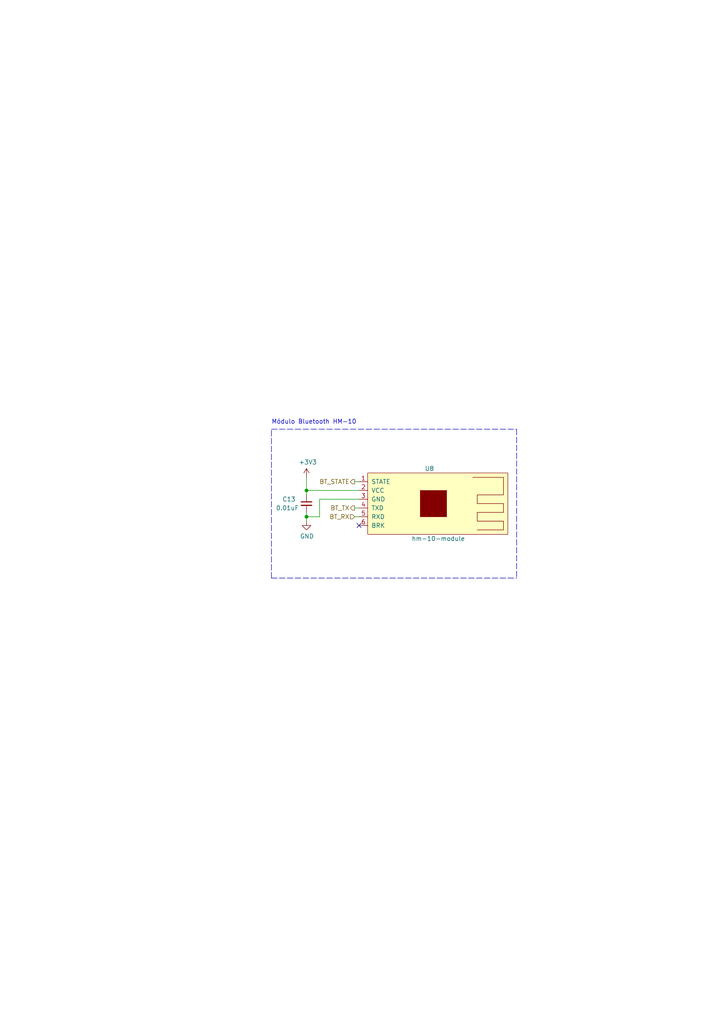
<source format=kicad_sch>
(kicad_sch (version 20211123) (generator eeschema)
  (paper "A4" portrait)
  (title_block (date "2021-12-19") (rev "1.0") (company "Autor: Ignacio Moya") (comment 1 "Especialización en Sistemas Embebidos 2021 - FIUBA"))
  (lib_symbols
    (symbol "Device:C_Small" (pin_numbers hide) (pin_names (offset 0.254) hide)
      (property "Reference" "C" (at 0.254 1.778 0))
      (property "Value" "C_Small" (at 0.254 -2.032 0))
      (symbol "C_Small_0_1"
        (polyline (pts (xy -1.524 -0.508) (xy 1.524 -0.508)) (stroke (width 0.3302)))
        (polyline (pts (xy -1.524 0.508) (xy 1.524 0.508)) (stroke (width 0.3048)))
      )
      (symbol "C_Small_1_1"
        (pin passive line (at 0 2.54 270) (length 2.032) (name "~") (number "1"))
        (pin passive line (at 0 -2.54 90) (length 2.032) (name "~") (number "2"))
      )
    )
    (symbol "basico-rescue:GND" (power) (pin_names (offset 0))
      (property "Value" "GND" (at 0 -3.81 0))
      (symbol "GND_0_1"
        (polyline (pts (xy 0 0) (xy 0 -1.27) (xy 1.27 -1.27) (xy 0 -2.54) (xy -1.27 -1.27) (xy 0 -1.27)))
      )
      (symbol "GND_1_1"
        (pin power_in line (at 0 0 270) (length 0) hide (name "GND") (number "1"))
      )
    )
    (symbol "hm-10-bluetooth:hm-10-module" (pin_names (offset 1.016))
      (property "Reference" "U" (at 0 10.16 0))
      (property "Value" "hm-10-module" (at 1.27 -11.43 0))
      (symbol "hm-10-module_0_1"
        (rectangle (start -19.05 8.89) (end 21.59 -8.89) (fill (type background)))
        (rectangle (start -3.81 3.81) (end 3.81 -3.81) (fill (type outline)))
        (polyline (pts (xy 11.43 7.62) (xy 20.32 7.62) (xy 20.32 2.54) (xy 12.7 2.54) (xy 12.7 0) (xy 20.32 0) (xy 20.32 -2.54) (xy 12.7 -2.54) (xy 12.7 -5.08) (xy 20.32 -5.08) (xy 20.32 -7.62) (xy 12.7 -7.62)))
      )
      (symbol "hm-10-module_1_1"
        (pin output line (at -21.59 6.35 0) (length 2.54) (name "STATE") (number "1"))
        (pin passive line (at -21.59 3.81 0) (length 2.54) (name "VCC") (number "2"))
        (pin passive line (at -21.59 1.27 0) (length 2.54) (name "GND") (number "3"))
        (pin output line (at -21.59 -1.27 0) (length 2.54) (name "TXD") (number "4"))
        (pin input line (at -21.59 -3.81 0) (length 2.54) (name "RXD") (number "5"))
        (pin input line (at -21.59 -6.35 0) (length 2.54) (name "BRK") (number "6"))
      )
    )
    (symbol "power:+3.3V" (power) (pin_names (offset 0))
      (property "Value" "+3.3V" (at 0 3.556 0))
      (symbol "+3.3V_0_1"
        (polyline (pts (xy -0.762 1.27) (xy 0 2.54)))
        (polyline (pts (xy 0 0) (xy 0 2.54)))
        (polyline (pts (xy 0 2.54) (xy 0.762 1.27)))
      )
      (symbol "+3.3V_1_1"
        (pin power_in line (at 0 0 90) (length 0) hide (name "+3V3") (number "1"))
      )
    )
  )
  (junction (at 88.9 142.24))
  (junction (at 88.9 149.86))
  (no_connect (at 104.14 152.4))
  (wire (pts (xy 92.71 144.78) (xy 92.71 149.86)))
  (wire (pts (xy 102.87 139.7) (xy 104.14 139.7)))
  (wire (pts (xy 88.9 149.86) (xy 88.9 151.13)))
  (wire (pts (xy 104.14 144.78) (xy 92.71 144.78)))
  (wire (pts (xy 88.9 142.24) (xy 88.9 138.43)))
  (wire (pts (xy 102.87 147.32) (xy 104.14 147.32)))
  (wire (pts (xy 88.9 149.86) (xy 88.9 148.59)))
  (polyline (pts (xy 149.86 124.46) (xy 149.86 167.64)))
  (wire (pts (xy 92.71 149.86) (xy 88.9 149.86)))
  (wire (pts (xy 102.87 149.86) (xy 104.14 149.86)))
  (polyline (pts (xy 78.74 124.46) (xy 149.86 124.46)))
  (wire (pts (xy 88.9 142.24) (xy 88.9 143.51)))
  (polyline (pts (xy 78.74 167.64) (xy 149.86 167.64)))
  (wire (pts (xy 104.14 142.24) (xy 88.9 142.24)))
  (polyline (pts (xy 78.74 167.64) (xy 78.74 124.46)))
  (text "Módulo Bluetooth HM-10" (at 78.74 123.19 0) (effects (font (size 1.27 1.27)) (justify left bottom)))
  (hierarchical_label "BT_STATE" (shape output) (at 102.87 139.7 180))
  (hierarchical_label "BT_TX" (shape output) (at 102.87 147.32 180))
  (hierarchical_label "BT_RX" (shape input) (at 102.87 149.86 180))
  (symbol (lib_id "power:+3.3V") (at 88.9 138.43 0) (unit 1)
    (property "Reference" "#PWR039" (effects hide))
    (property "Value" "+3.3V" (at 89.281 134.0358 0))
  )
  (symbol (lib_id "basico-rescue:GND") (at 88.9 151.13 0) (unit 1)
    (property "Reference" "#PWR040" (effects hide))
    (property "Value" "GND" (at 89.027 155.5242 0))
  )
  (symbol (lib_id "Device:C_Small") (at 88.9 146.05 0) (unit 1)
    (property "Reference" "C13" (at 83.82 144.78 0))
    (property "Value" "0.01uF" (at 80.01 147.32 0) (effects (justify left)))
    (property "Footprint" "Capacitor_SMD:C_0805_2012Metric_Pad1.15x1.40mm_HandSolder" (effects hide))
  )
  (symbol (lib_id "hm-10-bluetooth:hm-10-module") (at 125.73 146.05 0) (unit 1)
    (property "Reference" "U8" (at 123.19 135.89 0) (effects (justify left)))
    (property "Value" "hm-10-module" (at 119.38 156.21 0) (effects (justify left)))
  )
)
</source>
